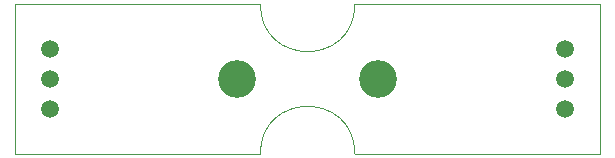
<source format=gbr>
%TF.GenerationSoftware,KiCad,Pcbnew,6.0.11-2627ca5db0~126~ubuntu20.04.1*%
%TF.CreationDate,2024-03-14T22:39:25-05:00*%
%TF.ProjectId,suqtagon-side,73757174-6167-46f6-9e2d-736964652e6b,rev?*%
%TF.SameCoordinates,Original*%
%TF.FileFunction,Soldermask,Bot*%
%TF.FilePolarity,Negative*%
%FSLAX46Y46*%
G04 Gerber Fmt 4.6, Leading zero omitted, Abs format (unit mm)*
G04 Created by KiCad (PCBNEW 6.0.11-2627ca5db0~126~ubuntu20.04.1) date 2024-03-14 22:39:25*
%MOMM*%
%LPD*%
G01*
G04 APERTURE LIST*
%TA.AperFunction,Profile*%
%ADD10C,0.100000*%
%TD*%
%ADD11C,1.500000*%
%ADD12C,3.200000*%
G04 APERTURE END LIST*
D10*
X120750000Y-100000000D02*
G75*
G03*
X128750000Y-100000000I4000000J0D01*
G01*
X128750000Y-100000000D02*
X149500000Y-100000000D01*
X100000000Y-100000000D02*
X120750000Y-100000000D01*
X100000000Y-112640000D02*
X120750000Y-112640000D01*
X128750000Y-112640000D02*
X149500000Y-112640000D01*
X149500000Y-100000000D02*
X149500000Y-112640000D01*
X128750000Y-112640000D02*
G75*
G03*
X120750000Y-112640000I-4000000J0D01*
G01*
X100000000Y-100000000D02*
X100000000Y-112640000D01*
D11*
%TO.C,REF\u002A\u002A*%
X102975000Y-106320000D03*
%TD*%
%TO.C,REF\u002A\u002A*%
X102975000Y-103780000D03*
%TD*%
D12*
%TO.C,REF\u002A\u002A*%
X130750000Y-106320000D03*
%TD*%
D11*
%TO.C,REF\u002A\u002A*%
X146525000Y-103780000D03*
%TD*%
D12*
%TO.C,REF\u002A\u002A*%
X118750000Y-106320000D03*
%TD*%
D11*
%TO.C,REF\u002A\u002A*%
X102975000Y-108860000D03*
%TD*%
%TO.C,REF\u002A\u002A*%
X146525000Y-108860000D03*
%TD*%
%TO.C,REF\u002A\u002A*%
X146525000Y-106320000D03*
%TD*%
M02*

</source>
